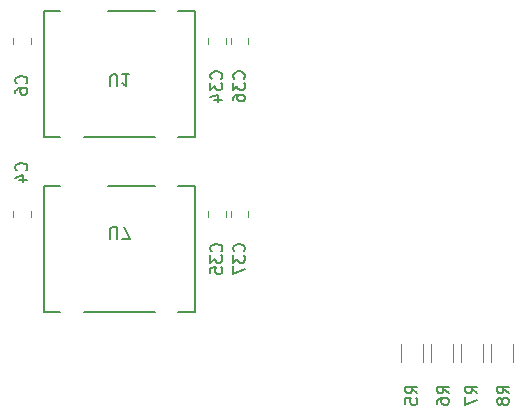
<source format=gbr>
%TF.GenerationSoftware,KiCad,Pcbnew,9.0.2*%
%TF.CreationDate,2025-08-05T09:14:22-05:00*%
%TF.ProjectId,ST2402,53543234-3032-42e6-9b69-6361645f7063,1*%
%TF.SameCoordinates,Original*%
%TF.FileFunction,Legend,Bot*%
%TF.FilePolarity,Positive*%
%FSLAX46Y46*%
G04 Gerber Fmt 4.6, Leading zero omitted, Abs format (unit mm)*
G04 Created by KiCad (PCBNEW 9.0.2) date 2025-08-05 09:14:22*
%MOMM*%
%LPD*%
G01*
G04 APERTURE LIST*
%ADD10C,0.150000*%
%ADD11C,0.120000*%
G04 APERTURE END LIST*
D10*
X195526819Y-116800333D02*
X195050628Y-116467000D01*
X195526819Y-116228905D02*
X194526819Y-116228905D01*
X194526819Y-116228905D02*
X194526819Y-116609857D01*
X194526819Y-116609857D02*
X194574438Y-116705095D01*
X194574438Y-116705095D02*
X194622057Y-116752714D01*
X194622057Y-116752714D02*
X194717295Y-116800333D01*
X194717295Y-116800333D02*
X194860152Y-116800333D01*
X194860152Y-116800333D02*
X194955390Y-116752714D01*
X194955390Y-116752714D02*
X195003009Y-116705095D01*
X195003009Y-116705095D02*
X195050628Y-116609857D01*
X195050628Y-116609857D02*
X195050628Y-116228905D01*
X194955390Y-117371762D02*
X194907771Y-117276524D01*
X194907771Y-117276524D02*
X194860152Y-117228905D01*
X194860152Y-117228905D02*
X194764914Y-117181286D01*
X194764914Y-117181286D02*
X194717295Y-117181286D01*
X194717295Y-117181286D02*
X194622057Y-117228905D01*
X194622057Y-117228905D02*
X194574438Y-117276524D01*
X194574438Y-117276524D02*
X194526819Y-117371762D01*
X194526819Y-117371762D02*
X194526819Y-117562238D01*
X194526819Y-117562238D02*
X194574438Y-117657476D01*
X194574438Y-117657476D02*
X194622057Y-117705095D01*
X194622057Y-117705095D02*
X194717295Y-117752714D01*
X194717295Y-117752714D02*
X194764914Y-117752714D01*
X194764914Y-117752714D02*
X194860152Y-117705095D01*
X194860152Y-117705095D02*
X194907771Y-117657476D01*
X194907771Y-117657476D02*
X194955390Y-117562238D01*
X194955390Y-117562238D02*
X194955390Y-117371762D01*
X194955390Y-117371762D02*
X195003009Y-117276524D01*
X195003009Y-117276524D02*
X195050628Y-117228905D01*
X195050628Y-117228905D02*
X195145866Y-117181286D01*
X195145866Y-117181286D02*
X195336342Y-117181286D01*
X195336342Y-117181286D02*
X195431580Y-117228905D01*
X195431580Y-117228905D02*
X195479200Y-117276524D01*
X195479200Y-117276524D02*
X195526819Y-117371762D01*
X195526819Y-117371762D02*
X195526819Y-117562238D01*
X195526819Y-117562238D02*
X195479200Y-117657476D01*
X195479200Y-117657476D02*
X195431580Y-117705095D01*
X195431580Y-117705095D02*
X195336342Y-117752714D01*
X195336342Y-117752714D02*
X195145866Y-117752714D01*
X195145866Y-117752714D02*
X195050628Y-117705095D01*
X195050628Y-117705095D02*
X195003009Y-117657476D01*
X195003009Y-117657476D02*
X194955390Y-117562238D01*
X192859819Y-116800333D02*
X192383628Y-116467000D01*
X192859819Y-116228905D02*
X191859819Y-116228905D01*
X191859819Y-116228905D02*
X191859819Y-116609857D01*
X191859819Y-116609857D02*
X191907438Y-116705095D01*
X191907438Y-116705095D02*
X191955057Y-116752714D01*
X191955057Y-116752714D02*
X192050295Y-116800333D01*
X192050295Y-116800333D02*
X192193152Y-116800333D01*
X192193152Y-116800333D02*
X192288390Y-116752714D01*
X192288390Y-116752714D02*
X192336009Y-116705095D01*
X192336009Y-116705095D02*
X192383628Y-116609857D01*
X192383628Y-116609857D02*
X192383628Y-116228905D01*
X191859819Y-117133667D02*
X191859819Y-117800333D01*
X191859819Y-117800333D02*
X192859819Y-117371762D01*
X190446819Y-116800333D02*
X189970628Y-116467000D01*
X190446819Y-116228905D02*
X189446819Y-116228905D01*
X189446819Y-116228905D02*
X189446819Y-116609857D01*
X189446819Y-116609857D02*
X189494438Y-116705095D01*
X189494438Y-116705095D02*
X189542057Y-116752714D01*
X189542057Y-116752714D02*
X189637295Y-116800333D01*
X189637295Y-116800333D02*
X189780152Y-116800333D01*
X189780152Y-116800333D02*
X189875390Y-116752714D01*
X189875390Y-116752714D02*
X189923009Y-116705095D01*
X189923009Y-116705095D02*
X189970628Y-116609857D01*
X189970628Y-116609857D02*
X189970628Y-116228905D01*
X189446819Y-117657476D02*
X189446819Y-117467000D01*
X189446819Y-117467000D02*
X189494438Y-117371762D01*
X189494438Y-117371762D02*
X189542057Y-117324143D01*
X189542057Y-117324143D02*
X189684914Y-117228905D01*
X189684914Y-117228905D02*
X189875390Y-117181286D01*
X189875390Y-117181286D02*
X190256342Y-117181286D01*
X190256342Y-117181286D02*
X190351580Y-117228905D01*
X190351580Y-117228905D02*
X190399200Y-117276524D01*
X190399200Y-117276524D02*
X190446819Y-117371762D01*
X190446819Y-117371762D02*
X190446819Y-117562238D01*
X190446819Y-117562238D02*
X190399200Y-117657476D01*
X190399200Y-117657476D02*
X190351580Y-117705095D01*
X190351580Y-117705095D02*
X190256342Y-117752714D01*
X190256342Y-117752714D02*
X190018247Y-117752714D01*
X190018247Y-117752714D02*
X189923009Y-117705095D01*
X189923009Y-117705095D02*
X189875390Y-117657476D01*
X189875390Y-117657476D02*
X189827771Y-117562238D01*
X189827771Y-117562238D02*
X189827771Y-117371762D01*
X189827771Y-117371762D02*
X189875390Y-117276524D01*
X189875390Y-117276524D02*
X189923009Y-117228905D01*
X189923009Y-117228905D02*
X190018247Y-117181286D01*
X187779819Y-116800333D02*
X187303628Y-116467000D01*
X187779819Y-116228905D02*
X186779819Y-116228905D01*
X186779819Y-116228905D02*
X186779819Y-116609857D01*
X186779819Y-116609857D02*
X186827438Y-116705095D01*
X186827438Y-116705095D02*
X186875057Y-116752714D01*
X186875057Y-116752714D02*
X186970295Y-116800333D01*
X186970295Y-116800333D02*
X187113152Y-116800333D01*
X187113152Y-116800333D02*
X187208390Y-116752714D01*
X187208390Y-116752714D02*
X187256009Y-116705095D01*
X187256009Y-116705095D02*
X187303628Y-116609857D01*
X187303628Y-116609857D02*
X187303628Y-116228905D01*
X186779819Y-117705095D02*
X186779819Y-117228905D01*
X186779819Y-117228905D02*
X187256009Y-117181286D01*
X187256009Y-117181286D02*
X187208390Y-117228905D01*
X187208390Y-117228905D02*
X187160771Y-117324143D01*
X187160771Y-117324143D02*
X187160771Y-117562238D01*
X187160771Y-117562238D02*
X187208390Y-117657476D01*
X187208390Y-117657476D02*
X187256009Y-117705095D01*
X187256009Y-117705095D02*
X187351247Y-117752714D01*
X187351247Y-117752714D02*
X187589342Y-117752714D01*
X187589342Y-117752714D02*
X187684580Y-117705095D01*
X187684580Y-117705095D02*
X187732200Y-117657476D01*
X187732200Y-117657476D02*
X187779819Y-117562238D01*
X187779819Y-117562238D02*
X187779819Y-117324143D01*
X187779819Y-117324143D02*
X187732200Y-117228905D01*
X187732200Y-117228905D02*
X187684580Y-117181286D01*
X161798095Y-103695180D02*
X161798095Y-102885657D01*
X161798095Y-102885657D02*
X161845714Y-102790419D01*
X161845714Y-102790419D02*
X161893333Y-102742800D01*
X161893333Y-102742800D02*
X161988571Y-102695180D01*
X161988571Y-102695180D02*
X162179047Y-102695180D01*
X162179047Y-102695180D02*
X162274285Y-102742800D01*
X162274285Y-102742800D02*
X162321904Y-102790419D01*
X162321904Y-102790419D02*
X162369523Y-102885657D01*
X162369523Y-102885657D02*
X162369523Y-103695180D01*
X162750476Y-103695180D02*
X163417142Y-103695180D01*
X163417142Y-103695180D02*
X162988571Y-102695180D01*
X154664580Y-90548333D02*
X154712200Y-90500714D01*
X154712200Y-90500714D02*
X154759819Y-90357857D01*
X154759819Y-90357857D02*
X154759819Y-90262619D01*
X154759819Y-90262619D02*
X154712200Y-90119762D01*
X154712200Y-90119762D02*
X154616961Y-90024524D01*
X154616961Y-90024524D02*
X154521723Y-89976905D01*
X154521723Y-89976905D02*
X154331247Y-89929286D01*
X154331247Y-89929286D02*
X154188390Y-89929286D01*
X154188390Y-89929286D02*
X153997914Y-89976905D01*
X153997914Y-89976905D02*
X153902676Y-90024524D01*
X153902676Y-90024524D02*
X153807438Y-90119762D01*
X153807438Y-90119762D02*
X153759819Y-90262619D01*
X153759819Y-90262619D02*
X153759819Y-90357857D01*
X153759819Y-90357857D02*
X153807438Y-90500714D01*
X153807438Y-90500714D02*
X153855057Y-90548333D01*
X153759819Y-91405476D02*
X153759819Y-91215000D01*
X153759819Y-91215000D02*
X153807438Y-91119762D01*
X153807438Y-91119762D02*
X153855057Y-91072143D01*
X153855057Y-91072143D02*
X153997914Y-90976905D01*
X153997914Y-90976905D02*
X154188390Y-90929286D01*
X154188390Y-90929286D02*
X154569342Y-90929286D01*
X154569342Y-90929286D02*
X154664580Y-90976905D01*
X154664580Y-90976905D02*
X154712200Y-91024524D01*
X154712200Y-91024524D02*
X154759819Y-91119762D01*
X154759819Y-91119762D02*
X154759819Y-91310238D01*
X154759819Y-91310238D02*
X154712200Y-91405476D01*
X154712200Y-91405476D02*
X154664580Y-91453095D01*
X154664580Y-91453095D02*
X154569342Y-91500714D01*
X154569342Y-91500714D02*
X154331247Y-91500714D01*
X154331247Y-91500714D02*
X154236009Y-91453095D01*
X154236009Y-91453095D02*
X154188390Y-91405476D01*
X154188390Y-91405476D02*
X154140771Y-91310238D01*
X154140771Y-91310238D02*
X154140771Y-91119762D01*
X154140771Y-91119762D02*
X154188390Y-91024524D01*
X154188390Y-91024524D02*
X154236009Y-90976905D01*
X154236009Y-90976905D02*
X154331247Y-90929286D01*
X171174580Y-104767142D02*
X171222200Y-104719523D01*
X171222200Y-104719523D02*
X171269819Y-104576666D01*
X171269819Y-104576666D02*
X171269819Y-104481428D01*
X171269819Y-104481428D02*
X171222200Y-104338571D01*
X171222200Y-104338571D02*
X171126961Y-104243333D01*
X171126961Y-104243333D02*
X171031723Y-104195714D01*
X171031723Y-104195714D02*
X170841247Y-104148095D01*
X170841247Y-104148095D02*
X170698390Y-104148095D01*
X170698390Y-104148095D02*
X170507914Y-104195714D01*
X170507914Y-104195714D02*
X170412676Y-104243333D01*
X170412676Y-104243333D02*
X170317438Y-104338571D01*
X170317438Y-104338571D02*
X170269819Y-104481428D01*
X170269819Y-104481428D02*
X170269819Y-104576666D01*
X170269819Y-104576666D02*
X170317438Y-104719523D01*
X170317438Y-104719523D02*
X170365057Y-104767142D01*
X170269819Y-105100476D02*
X170269819Y-105719523D01*
X170269819Y-105719523D02*
X170650771Y-105386190D01*
X170650771Y-105386190D02*
X170650771Y-105529047D01*
X170650771Y-105529047D02*
X170698390Y-105624285D01*
X170698390Y-105624285D02*
X170746009Y-105671904D01*
X170746009Y-105671904D02*
X170841247Y-105719523D01*
X170841247Y-105719523D02*
X171079342Y-105719523D01*
X171079342Y-105719523D02*
X171174580Y-105671904D01*
X171174580Y-105671904D02*
X171222200Y-105624285D01*
X171222200Y-105624285D02*
X171269819Y-105529047D01*
X171269819Y-105529047D02*
X171269819Y-105243333D01*
X171269819Y-105243333D02*
X171222200Y-105148095D01*
X171222200Y-105148095D02*
X171174580Y-105100476D01*
X170269819Y-106624285D02*
X170269819Y-106148095D01*
X170269819Y-106148095D02*
X170746009Y-106100476D01*
X170746009Y-106100476D02*
X170698390Y-106148095D01*
X170698390Y-106148095D02*
X170650771Y-106243333D01*
X170650771Y-106243333D02*
X170650771Y-106481428D01*
X170650771Y-106481428D02*
X170698390Y-106576666D01*
X170698390Y-106576666D02*
X170746009Y-106624285D01*
X170746009Y-106624285D02*
X170841247Y-106671904D01*
X170841247Y-106671904D02*
X171079342Y-106671904D01*
X171079342Y-106671904D02*
X171174580Y-106624285D01*
X171174580Y-106624285D02*
X171222200Y-106576666D01*
X171222200Y-106576666D02*
X171269819Y-106481428D01*
X171269819Y-106481428D02*
X171269819Y-106243333D01*
X171269819Y-106243333D02*
X171222200Y-106148095D01*
X171222200Y-106148095D02*
X171174580Y-106100476D01*
X171174580Y-90162142D02*
X171222200Y-90114523D01*
X171222200Y-90114523D02*
X171269819Y-89971666D01*
X171269819Y-89971666D02*
X171269819Y-89876428D01*
X171269819Y-89876428D02*
X171222200Y-89733571D01*
X171222200Y-89733571D02*
X171126961Y-89638333D01*
X171126961Y-89638333D02*
X171031723Y-89590714D01*
X171031723Y-89590714D02*
X170841247Y-89543095D01*
X170841247Y-89543095D02*
X170698390Y-89543095D01*
X170698390Y-89543095D02*
X170507914Y-89590714D01*
X170507914Y-89590714D02*
X170412676Y-89638333D01*
X170412676Y-89638333D02*
X170317438Y-89733571D01*
X170317438Y-89733571D02*
X170269819Y-89876428D01*
X170269819Y-89876428D02*
X170269819Y-89971666D01*
X170269819Y-89971666D02*
X170317438Y-90114523D01*
X170317438Y-90114523D02*
X170365057Y-90162142D01*
X170269819Y-90495476D02*
X170269819Y-91114523D01*
X170269819Y-91114523D02*
X170650771Y-90781190D01*
X170650771Y-90781190D02*
X170650771Y-90924047D01*
X170650771Y-90924047D02*
X170698390Y-91019285D01*
X170698390Y-91019285D02*
X170746009Y-91066904D01*
X170746009Y-91066904D02*
X170841247Y-91114523D01*
X170841247Y-91114523D02*
X171079342Y-91114523D01*
X171079342Y-91114523D02*
X171174580Y-91066904D01*
X171174580Y-91066904D02*
X171222200Y-91019285D01*
X171222200Y-91019285D02*
X171269819Y-90924047D01*
X171269819Y-90924047D02*
X171269819Y-90638333D01*
X171269819Y-90638333D02*
X171222200Y-90543095D01*
X171222200Y-90543095D02*
X171174580Y-90495476D01*
X170603152Y-91971666D02*
X171269819Y-91971666D01*
X170222200Y-91733571D02*
X170936485Y-91495476D01*
X170936485Y-91495476D02*
X170936485Y-92114523D01*
X154664580Y-97914333D02*
X154712200Y-97866714D01*
X154712200Y-97866714D02*
X154759819Y-97723857D01*
X154759819Y-97723857D02*
X154759819Y-97628619D01*
X154759819Y-97628619D02*
X154712200Y-97485762D01*
X154712200Y-97485762D02*
X154616961Y-97390524D01*
X154616961Y-97390524D02*
X154521723Y-97342905D01*
X154521723Y-97342905D02*
X154331247Y-97295286D01*
X154331247Y-97295286D02*
X154188390Y-97295286D01*
X154188390Y-97295286D02*
X153997914Y-97342905D01*
X153997914Y-97342905D02*
X153902676Y-97390524D01*
X153902676Y-97390524D02*
X153807438Y-97485762D01*
X153807438Y-97485762D02*
X153759819Y-97628619D01*
X153759819Y-97628619D02*
X153759819Y-97723857D01*
X153759819Y-97723857D02*
X153807438Y-97866714D01*
X153807438Y-97866714D02*
X153855057Y-97914333D01*
X154093152Y-98771476D02*
X154759819Y-98771476D01*
X153712200Y-98533381D02*
X154426485Y-98295286D01*
X154426485Y-98295286D02*
X154426485Y-98914333D01*
X173079580Y-90162142D02*
X173127200Y-90114523D01*
X173127200Y-90114523D02*
X173174819Y-89971666D01*
X173174819Y-89971666D02*
X173174819Y-89876428D01*
X173174819Y-89876428D02*
X173127200Y-89733571D01*
X173127200Y-89733571D02*
X173031961Y-89638333D01*
X173031961Y-89638333D02*
X172936723Y-89590714D01*
X172936723Y-89590714D02*
X172746247Y-89543095D01*
X172746247Y-89543095D02*
X172603390Y-89543095D01*
X172603390Y-89543095D02*
X172412914Y-89590714D01*
X172412914Y-89590714D02*
X172317676Y-89638333D01*
X172317676Y-89638333D02*
X172222438Y-89733571D01*
X172222438Y-89733571D02*
X172174819Y-89876428D01*
X172174819Y-89876428D02*
X172174819Y-89971666D01*
X172174819Y-89971666D02*
X172222438Y-90114523D01*
X172222438Y-90114523D02*
X172270057Y-90162142D01*
X172174819Y-90495476D02*
X172174819Y-91114523D01*
X172174819Y-91114523D02*
X172555771Y-90781190D01*
X172555771Y-90781190D02*
X172555771Y-90924047D01*
X172555771Y-90924047D02*
X172603390Y-91019285D01*
X172603390Y-91019285D02*
X172651009Y-91066904D01*
X172651009Y-91066904D02*
X172746247Y-91114523D01*
X172746247Y-91114523D02*
X172984342Y-91114523D01*
X172984342Y-91114523D02*
X173079580Y-91066904D01*
X173079580Y-91066904D02*
X173127200Y-91019285D01*
X173127200Y-91019285D02*
X173174819Y-90924047D01*
X173174819Y-90924047D02*
X173174819Y-90638333D01*
X173174819Y-90638333D02*
X173127200Y-90543095D01*
X173127200Y-90543095D02*
X173079580Y-90495476D01*
X172174819Y-91971666D02*
X172174819Y-91781190D01*
X172174819Y-91781190D02*
X172222438Y-91685952D01*
X172222438Y-91685952D02*
X172270057Y-91638333D01*
X172270057Y-91638333D02*
X172412914Y-91543095D01*
X172412914Y-91543095D02*
X172603390Y-91495476D01*
X172603390Y-91495476D02*
X172984342Y-91495476D01*
X172984342Y-91495476D02*
X173079580Y-91543095D01*
X173079580Y-91543095D02*
X173127200Y-91590714D01*
X173127200Y-91590714D02*
X173174819Y-91685952D01*
X173174819Y-91685952D02*
X173174819Y-91876428D01*
X173174819Y-91876428D02*
X173127200Y-91971666D01*
X173127200Y-91971666D02*
X173079580Y-92019285D01*
X173079580Y-92019285D02*
X172984342Y-92066904D01*
X172984342Y-92066904D02*
X172746247Y-92066904D01*
X172746247Y-92066904D02*
X172651009Y-92019285D01*
X172651009Y-92019285D02*
X172603390Y-91971666D01*
X172603390Y-91971666D02*
X172555771Y-91876428D01*
X172555771Y-91876428D02*
X172555771Y-91685952D01*
X172555771Y-91685952D02*
X172603390Y-91590714D01*
X172603390Y-91590714D02*
X172651009Y-91543095D01*
X172651009Y-91543095D02*
X172746247Y-91495476D01*
X161798095Y-90800180D02*
X161798095Y-89990657D01*
X161798095Y-89990657D02*
X161845714Y-89895419D01*
X161845714Y-89895419D02*
X161893333Y-89847800D01*
X161893333Y-89847800D02*
X161988571Y-89800180D01*
X161988571Y-89800180D02*
X162179047Y-89800180D01*
X162179047Y-89800180D02*
X162274285Y-89847800D01*
X162274285Y-89847800D02*
X162321904Y-89895419D01*
X162321904Y-89895419D02*
X162369523Y-89990657D01*
X162369523Y-89990657D02*
X162369523Y-90800180D01*
X163369523Y-89800180D02*
X162798095Y-89800180D01*
X163083809Y-89800180D02*
X163083809Y-90800180D01*
X163083809Y-90800180D02*
X162988571Y-90657323D01*
X162988571Y-90657323D02*
X162893333Y-90562085D01*
X162893333Y-90562085D02*
X162798095Y-90514466D01*
X173079580Y-104767142D02*
X173127200Y-104719523D01*
X173127200Y-104719523D02*
X173174819Y-104576666D01*
X173174819Y-104576666D02*
X173174819Y-104481428D01*
X173174819Y-104481428D02*
X173127200Y-104338571D01*
X173127200Y-104338571D02*
X173031961Y-104243333D01*
X173031961Y-104243333D02*
X172936723Y-104195714D01*
X172936723Y-104195714D02*
X172746247Y-104148095D01*
X172746247Y-104148095D02*
X172603390Y-104148095D01*
X172603390Y-104148095D02*
X172412914Y-104195714D01*
X172412914Y-104195714D02*
X172317676Y-104243333D01*
X172317676Y-104243333D02*
X172222438Y-104338571D01*
X172222438Y-104338571D02*
X172174819Y-104481428D01*
X172174819Y-104481428D02*
X172174819Y-104576666D01*
X172174819Y-104576666D02*
X172222438Y-104719523D01*
X172222438Y-104719523D02*
X172270057Y-104767142D01*
X172174819Y-105100476D02*
X172174819Y-105719523D01*
X172174819Y-105719523D02*
X172555771Y-105386190D01*
X172555771Y-105386190D02*
X172555771Y-105529047D01*
X172555771Y-105529047D02*
X172603390Y-105624285D01*
X172603390Y-105624285D02*
X172651009Y-105671904D01*
X172651009Y-105671904D02*
X172746247Y-105719523D01*
X172746247Y-105719523D02*
X172984342Y-105719523D01*
X172984342Y-105719523D02*
X173079580Y-105671904D01*
X173079580Y-105671904D02*
X173127200Y-105624285D01*
X173127200Y-105624285D02*
X173174819Y-105529047D01*
X173174819Y-105529047D02*
X173174819Y-105243333D01*
X173174819Y-105243333D02*
X173127200Y-105148095D01*
X173127200Y-105148095D02*
X173079580Y-105100476D01*
X172174819Y-106052857D02*
X172174819Y-106719523D01*
X172174819Y-106719523D02*
X173174819Y-106290952D01*
D11*
%TO.C,R8*%
X195855000Y-114114564D02*
X195855000Y-112660436D01*
X194035000Y-114114564D02*
X194035000Y-112660436D01*
%TO.C,R7*%
X193315000Y-114114564D02*
X193315000Y-112660436D01*
X191495000Y-114114564D02*
X191495000Y-112660436D01*
%TO.C,R6*%
X190775000Y-114114564D02*
X190775000Y-112660436D01*
X188955000Y-114114564D02*
X188955000Y-112660436D01*
%TO.C,R5*%
X188235000Y-114114564D02*
X188235000Y-112660436D01*
X186415000Y-114114564D02*
X186415000Y-112660436D01*
D10*
%TO.C,U7*%
X156185000Y-99205000D02*
X156185000Y-109880000D01*
X157560000Y-99205000D02*
X156185000Y-99205000D01*
X157560000Y-109880000D02*
X156185000Y-109880000D01*
X165560000Y-99205000D02*
X161560000Y-99205000D01*
X165560000Y-109905000D02*
X159560000Y-109905000D01*
X167560000Y-99205000D02*
X168935000Y-99205000D01*
X167560000Y-109880000D02*
X168935000Y-109880000D01*
X168935000Y-99205000D02*
X168935000Y-109880000D01*
D11*
%TO.C,C6*%
X153570000Y-86733748D02*
X153570000Y-87256252D01*
X155040000Y-86733748D02*
X155040000Y-87256252D01*
%TO.C,C35*%
X170080000Y-101338748D02*
X170080000Y-101861252D01*
X171550000Y-101338748D02*
X171550000Y-101861252D01*
%TO.C,C34*%
X170080000Y-86733748D02*
X170080000Y-87256252D01*
X171550000Y-86733748D02*
X171550000Y-87256252D01*
%TO.C,C4*%
X153570000Y-101338748D02*
X153570000Y-101861252D01*
X155040000Y-101338748D02*
X155040000Y-101861252D01*
%TO.C,C36*%
X171985000Y-86733748D02*
X171985000Y-87256252D01*
X173455000Y-86733748D02*
X173455000Y-87256252D01*
D10*
%TO.C,U1*%
X156185000Y-84405000D02*
X156185000Y-95080000D01*
X157560000Y-84405000D02*
X156185000Y-84405000D01*
X157560000Y-95080000D02*
X156185000Y-95080000D01*
X165560000Y-84405000D02*
X161560000Y-84405000D01*
X165560000Y-95105000D02*
X159560000Y-95105000D01*
X167560000Y-84405000D02*
X168935000Y-84405000D01*
X167560000Y-95080000D02*
X168935000Y-95080000D01*
X168935000Y-84405000D02*
X168935000Y-95080000D01*
D11*
%TO.C,C37*%
X171985000Y-101338748D02*
X171985000Y-101861252D01*
X173455000Y-101338748D02*
X173455000Y-101861252D01*
%TD*%
M02*

</source>
